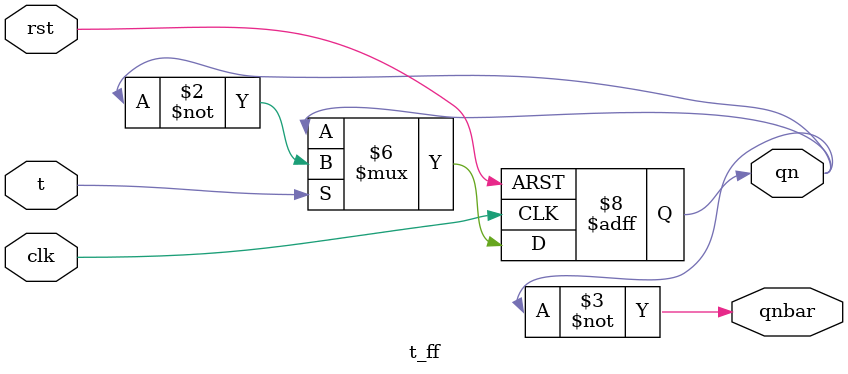
<source format=v>

module t_ff(input t,clk,rst, output reg qn,output qnbar);

 initial qn = 0;
 
 always@(posedge clk or posedge rst) 
   
   if(rst)
    qn <= 0;
   else begin
   
    if(t)
     qn <= ~qn;
    else
     qn <= qn ;
   end
   
 assign qnbar = ~qn ;
 
endmodule

</source>
